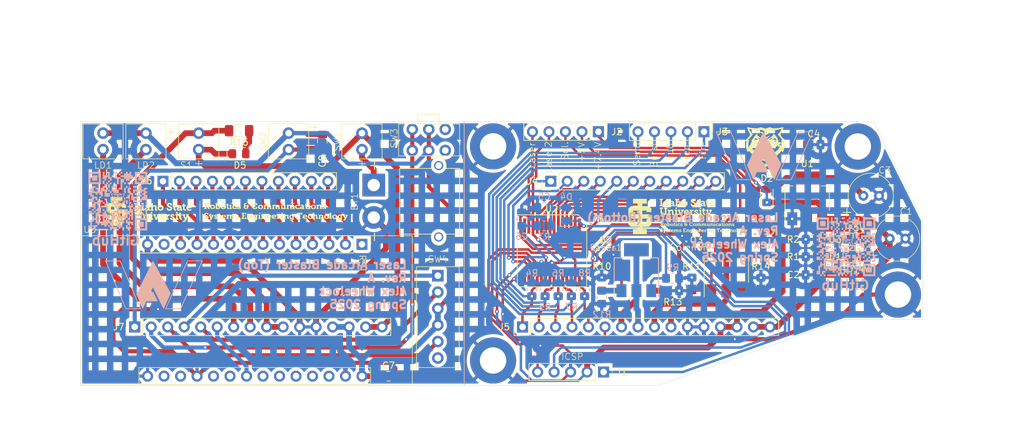
<source format=kicad_pcb>
(kicad_pcb (version 20240108) (generator "pcbnew") (generator_version "8.0")
  (title_block (title "Laser Arcade Blaster PCB") (date "2025-04-21") (rev "A") (company "Idaho State University"))
  (layers (0 "F.Cu" signal) (31 "B.Cu" signal) (34 "B.Paste" user) (35 "F.Paste" user) (36 "B.SilkS" user "B.Silkscreen") (37 "F.SilkS" user "F.Silkscreen") (38 "B.Mask" user) (39 "F.Mask" user) (44 "Edge.Cuts" user))
  (net 0 "")
  (net 1 "Net-(BT1-+)")
  (net 2 "GND")
  (net 3 "Net-(D1-K)")
  (net 4 "Net-(D4-A)")
  (net 5 "+5V_Top")
  (net 6 "Net-(D3-K)")
  (net 7 "Net-(D4-K)")
  (net 8 "Net-(D5-A)")
  (net 9 "RB6")
  (net 10 "RB7")
  (net 11 "+7.4V")
  (net 12 "Net-(Q1-S)")
  (net 13 "Net-(Q1-G)")
  (net 14 "Net-(Q2-S)")
  (net 15 "Net-(Q2-G)")
  (net 19 "TRIG1")
  (net 20 "TRIG6")
  (net 21 "TRIG0")
  (net 22 "VOL+")
  (net 23 "TRIG4")
  (net 24 "TRIG10")
  (net 25 "TRIG2")
  (net 26 "TRIG7")
  (net 27 "TRIG3")
  (net 29 "TRIG5")
  (net 30 "TRIG8")
  (net 32 "TRIG9")
  (net 44 "Fire_Top")
  (net 45 "+7.4V_Top")
  (net 46 "Laser{slash}PWM")
  (net 47 "Solenoid")
  (net 48 "Fire")
  (net 49 "Semi-Auto")
  (net 50 "Burst")
  (net 51 "Full-Auto")
  (net 52 "Frequency Select")
  (net 53 "Laser{slash}PWM2")
  (net 54 "TRIG1_Top")
  (net 55 "TRIG4_Top")
  (net 56 "TRIG0_Top")
  (net 57 "TRIG2_Top")
  (net 58 "TRIG8_Top")
  (net 59 "TRIG10_Top")
  (net 60 "TRIG9_Top")
  (net 61 "TRIG3_Top")
  (net 62 "TRIG7_Top")
  (net 63 "TRIG6_Top")
  (net 64 "TRIG5_Top")
  (net 65 "Solenoid_Top")
  (net 66 "Laser{slash}PWM2_Top")
  (net 67 "Full-Auto_Top")
  (net 68 "Frequency Select_Top")
  (net 69 "VOL+_Top")
  (net 70 "Laser{slash}PWM_Top")
  (net 71 "Semi-Auto_Top")
  (net 72 "Burst_Top")
  (net 73 "Net-(Q3-S)")
  (net 74 "Net-(Q3-G)")
  (net 75 "+5V")
  (footprint "Connector_PinHeader_2.54mm:PinHeader_1x05_P2.54mm_Vertical" (layer "F.Cu") (at 151.8861 77.3174 -90)
    (property "Reference" "J2")
    (property "Value" "Power & Output Test Points" (hide yes))
  )
  (footprint "LED_SMD:LED_0805_2012Metric_Pad1.15x1.40mm_HandSolder" (layer "F.Cu") (at 191.416 96.5885)
    (property "Reference" "D1")
    (property "Value" "+7.4V")
  )
  (footprint "Capacitor_SMD:C_0805_2012Metric_Pad1.18x1.45mm_HandSolder" (layer "F.Cu") (at 185.0445 79.3165)
    (property "Reference" "C4")
    (property "Value" "0.1uF")
  )
  (footprint "Resistor_SMD:R_0805_2012Metric_Pad1.20x1.40mm_HandSolder" (layer "F.Cu") (at 163.3161 101.8284)
    (property "Reference" "R13")
    (property "Value" "0Ω")
  )
  (footprint "Diode_SMD:D_0805_2012Metric_Pad1.15x1.40mm_HandSolder" (layer "F.Cu") (at 96.547 80.7135)
    (property "Reference" "D5")
    (property "Value" "1N4148")
  )
  (footprint "Package_TO_SOT_SMD:SOT-223-3_TabPin2" (layer "F.Cu") (at 157.7258 98.6773 90)
    (property "Reference" "Q2")
    (property "Value" "BUK9832-55A")
  )
  (footprint "AlexWheelockFootprintLibrary:Project_Audio_Board" (layer "F.Cu") (at 115.47 94.6835 -90)
    (property "Reference" "U3")
    (property "Value" "Audio Board")
  )
  (footprint "LED_SMD:LED_0805_2012Metric_Pad1.15x1.40mm_HandSolder" (layer "F.Cu") (at 191.423 93.9215)
    (property "Reference" "D3")
    (property "Value" "+5V")
  )
  (footprint "Connector_PinHeader_2.54mm:PinHeader_1x11_P2.54mm_Vertical" (layer "F.Cu") (at 144.553 84.9553 90)
    (property "Reference" "J4")
    (property "Value" "~")
  )
  (footprint "LOGO" (layer "F.Cu") (at 177.5858 79.6773)
    (property "Reference" "G***")
    (property "Value" "LOGO" (hide yes))
  )
  (footprint "Connector_PinHeader_2.54mm:PinHeader_1x05_P2.54mm_Vertical" (layer "F.Cu") (at 152.681 114.3685 -90)
    (property "Reference" "J1")
    (property "Value" "~")
  )
  (footprint "Connector_PinHeader_2.54mm:PinHeader_1x05_P2.54mm_Vertical" (layer "F.Cu") (at 168.1421 77.3174 -90)
    (property "Reference" "J3")
    (property "Value" "Inputs Test Points" (hide yes))
  )
  (footprint "AlexWheelockFootprintLibrary:Project_Locking_Output_Header" (layer "F.Cu") (at 75.592 77.5385)
    (property "Reference" "LD1")
    (property "Value" "Laser Diode")
  )
  (footprint "Connector_PinHeader_2.54mm:PinHeader_1x16_P2.54mm_Vertical" (layer "F.Cu") (at 140.2021 107.4164 90)
    (property "Reference" "J5")
    (property "Value" "~")
  )
  (footprint "Capacitor_SMD:C_0805_2012Metric_Pad1.18x1.45mm_HandSolder" (layer "F.Cu") (at 184.8335 99.3825 180)
    (property "Reference" "C2")
    (property "Value" "0.1uF")
  )
  (footprint "Diode_SMD:D_0805_2012Metric_Pad1.15x1.40mm_HandSolder" (layer "F.Cu") (at 177.827 87.1905 90)
    (property "Reference" "D2")
    (property "Value" "1N4148")
  )
  (footprint "AlexWheelockFootprintLibrary:Project_Locking_Output_Header" (layer "F.Cu") (at 104.167 77.5385)
    (property "Reference" "SW2")
    (property "Value" "Fire")
  )
  (footprint "Connector_PinHeader_2.54mm:PinHeader_1x16_P2.54mm_Vertical" (layer "F.Cu") (at 80.4696 107.4164 90)
    (property "Reference" "J7")
    (property "Value" "~")
  )
  (footprint "AlexWheelockFootprintLibrary:Project_Blaster_Freq_Switch" (layer "F.Cu") (at 123.217 80.2055 90)
    (property "Reference" "SW3")
    (property "Value" "Freq Select")
  )
  (footprint "Package_TO_SOT_SMD:SOT-223-3_TabPin2" (layer "F.Cu") (at 171.59 98.6905 90)
    (property "Reference" "Q3")
    (property "Value" "BUK9832-55A")
  )
  (footprint "AlexWheelockFootprintLibrary:Project_16V_220uF_Capacitor" (layer "F.Cu") (at 192.686 87.1905 90)
    (property "Reference" "C3")
    (property "Value" "220uF")
  )
  (footprint "Resistor_SMD:R_0805_2012Metric_Pad1.20x1.40mm_HandSolder" (layer "F.Cu") (at 152.3941 100.7955 90)
    (property "Reference" "R10")
    (property "Value" "100kΩ")
  )
  (footprint "" (layer "F.Cu") (at 135.663 112.5905)
    (property "Reference" "")
    (property "Value" "")
  )
  (footprint "Resistor_SMD:R_0805_2012Metric_Pad1.20x1.40mm_HandSolder" (layer "F.Cu") (at 184.812 96.5885)
    (property "Reference" "R1")
    (property "Value" "8.2kΩ")
  )
  (footprint "Capacitor_SMD:C_0805_2012Metric_Pad1.18x1.45mm_HandSolder" (layer "F.Cu") (at 119.5555 115.0035 180)
    (property "Reference" "C7")
    (property "Value" "1uF")
  )
  (footprint "Resistor_SMD:R_0805_2012Metric_Pad1.20x1.40mm_HandSolder" (layer "F.Cu") (at 184.812 93.9215)
    (property "Reference" "R2")
    (property "Value" "4.7kΩ")
  )
  (footprint "AlexWheelockFootprintLibrary:Project_Locking_Header_1x06" (layer "F.Cu") (at 127.154 99.5095)
    (property "Reference" "SW4")
    (property "Value" "Fire Select")
  )
  (footprint "AlexWheelockFootprintLibrary:SSOP-28" (layer "F.Cu") (at 144.736 95.6845 180)
    (property "Reference" "U2")
    (property "Value" "PIC16F1788-IP")
  )
  (footprint "" (layer "F.Cu") (at 135.663 79.5705)
    (property "Reference" "")
    (property "Value" "")
  )
  (footprint "AlexWheelockFootprintLibrary:Project_Locking_Output_Header" (layer "F.Cu") (at 115.47 80.0785 180)
    (property "Reference" "SW1")
    (property "Value" "Power")
  )
  (footprint "AlexWheelockFootprintLibrary:Project_Locking_Output_Header" (layer "F.Cu") (at 82.196 77.5385)
    (property "Reference" "LD2")
    (property "Value" "Laser Diode")
  )
  (footprint "AlexWheelockFootprintLibrary:Project_Locking_Output_Header" (layer "F.Cu") (at 90.324 80.0785 180)
    (property "Reference" "S1")
    (property "Value" "Solenoid")
  )
  (footprint "Capacitor_SMD:C_0805_2012Metric_Pad1.18x1.45mm_HandSolder" (layer "F.Cu") (at 109.374 78.787 -90)
    (property "Reference" "C8")
    (property "Value" "50pF")
  )
  (footprint "" (layer "F.Cu") (at 191.8358 79.5973)
    (property "Reference" "")
    (property "Value" "")
  )
  (footprint "Resistor_SMD:R_0805_2012Metric_Pad1.20x1.40mm_HandSolder" (layer "F.Cu") (at 176.9126 100.8209 90)
    (property "Reference" "R14")
    (property "Value" "0Ω")
  )
  (footprint "AlexWheelockFootprintLibrary:Project_Battery_Connector" (layer "F.Cu") (at 130.98 88.0405 -90)
    (property "Reference" "BT1")
    (property "Value" "7.4V")
  )
  (footprint "Connector_PinHeader_2.54mm:PinHeader_1x11_P2.54mm_Vertical" (layer "F.Cu") (at 84.8205 84.9553 90)
    (property "Reference" "J6")
    (property "Value" "~")
  )
  (footprint "Resistor_SMD:R_0805_2012Metric_Pad1.20x1.40mm_HandSolder" (layer "F.Cu") (at 166.27 100.7955 90)
    (property "Reference" "R11")
    (property "Value" "100kΩ")
  )
  (footprint "AlexWheelockFootprintLibrary:Project_16V_220uF_Capacitor" (layer "F.Cu") (at 196.75 93.7945 90)
    (property "Reference" "C1")
    (property "Value" "220uF")
  )
  (footprint "Package_TO_SOT_SMD:SOT-223-3_TabPin2" (layer "F.Cu") (at 184.036 87.5965 90)
    (property "Reference" "U1")
    (property "Value" "TLV1117-50")
  )
  (footprint "AlexWheelockFootprintLibrary:6-32 Mount" (layer "F.Cu") (at 198.02 102.4305)
    (property "Reference" "REF**" (hide yes))
    (property "Value" "6-32 Mount")
  )
  (footprint "LOGO" (layer "F.Cu") (at 165.782142 90.250973)
    (property "Reference" "G***" (hide yes))
    (property "Value" "LOGO" (hide yes))
  )
  (footprint "Resistor_SMD:R_1206_3216Metric_Pad1.30x1.75mm_HandSolder" (layer "F.Cu") (at 96.547 77.1575)
    (property "Reference" "R15")
    (property "Value" "1kΩ")
  )
  (footprint "LOGO" (layer "F.Cu") (at 94.6858 89.5473)
    (property "Reference" "G***" (hide yes))
    (property "Value" "LOGO" (hide yes))
  )
  (footprint "Package_TO_SOT_SMD:SOT-223-3_TabPin2" (layer "B.Cu") (at 157.7281 98.6784 90)
    (property "Reference" "Q1")
    (property "Value" "BUK9832-55A")
  )
  (footprint "Capacitor_SMD:C_0805_2012Metric_Pad1.18x1.45mm_HandSolder" (layer "B.Cu") (at 143.5331 89.0283 180)
    (property "Reference" "C5")
    (property "Value" "1uF")
  )
  (footprint "LOGO" (layer "B.Cu") (at 83.3758 101.3273 180)
    (property "Reference" "G***" (hide yes))
    (property "Value" "LOGO" (hide yes))
  )
  (footprint "Diode_SMD:D_0805_2012Metric_Pad1.15x1.40mm_HandSolder" (layer "B.Cu") (at 146.9406 90.0353 90)
    (property "Reference" "D4")
    (property "Value" "1N4148")
  )
  (footprint "LOGO" (layer "B.Cu") (at 77.8758 88.0173 180)
    (property "Reference" "G***" (hide yes))
    (property "Value" "LOGO" (hide yes))
  )
  (footprint "Resistor_SMD:R_0805_2012Metric_Pad1.20x1.40mm_HandSolder" (layer "B.Cu") (at 152.3941 102.8444 -90)
    (property "Reference" "R12")
    (property "Value" "0Ω")
  )
  (footprint "Capacitor_SMD:C_0805_2012Metric_Pad1.18x1.45mm_HandSolder" (layer "B.Cu") (at 140.0826 90.7848 -90)
    (property "Reference" "C6")
    (property "Value" "1uF")
  )
  (footprint "Resistor_SMD:R_0805_2012Metric_Pad1.20x1.40mm_HandSolder" (layer "B.Cu") (at 163.3001 99.9234)
    (property "Reference" "R9")
    (property "Value" "100kΩ")
  )
  (footprint "LOGO" (layer "B.Cu") (at 177.4158 81.4273 180)
    (property "Reference" "G***" (hide yes))
    (property "Value" "LOGO" (hide yes))
  )
  (footprint "Resistor_SMD:R_0805_2012Metric_Pad1.20x1.40mm_HandSolder" (layer "B.Cu") (at 147.728 101.6845 90)
    (property "Reference" "R7")
    (property "Value" "330Ω")
  )
  (footprint "Resistor_SMD:R_0805_2012Metric_Pad1.20x1.40mm_HandSolder" (layer "B.Cu") (at 143.664 101.6845 90)
    (property "Reference" "R5")
    (property "Value" "330Ω")
  )
  (footprint "Resistor_SMD:R_0805_2012Metric_Pad1.20x1.40mm_HandSolder" (layer "B.Cu") (at 145.696 101.6845 90)
    (property "Reference" "R6")
    (property "Value" "330Ω")
  )
  (footprint "Resistor_SMD:R_0805_2012Metric_Pad1.20x1.40mm_HandSolder" (layer "B.Cu") (at 143.5276 91.8223 180)
    (property "Reference" "R3")
    (property "Value" "10kΩ")
  )
  (footprint "Resistor_SMD:R_0805_2012Metric_Pad1.20x1.40mm_HandSolder" (layer "B.Cu") (at 149.76 101.6845 90)
    (property "Reference" "R8")
    (property "Value" "330Ω")
  )
  (footprint "Resistor_SMD:R_0805_2012Metric_Pad1.20x1.40mm_HandSolder" (layer "B.Cu") (at 141.632 101.6845 90)
    (property "Reference" "R4")
    (property "Value" "330Ω")
  )
  (footprint "LOGO" (layer "B.Cu") (at 190.0158 95.0573 180)
    (property "Reference" "G***" (hide yes))
    (property "Value" "LOGO" (hide yes))
  )
  (gr_line (start 131.218 116.4005) (end 131.218 75.7605) (stroke (width 0.1)) (layer "B.SilkS"))
  (gr_line (start 108.104 76.1415) (end 108.104 77.1575) (stroke (width 0.1)) (layer "F.SilkS"))
  (gr_line (start 90.324 81.7295) (end 90.324 82.7455) (stroke (width 0.1)) (layer "F.SilkS"))
  (gr_line (start 108.104 76.6495) (end 108.612 76.6495) (stroke (width 0.1)) (layer "F.SilkS"))
  (gr_line (start 86.006 77.4115) (end 85.498 77.4115) (stroke (width 0.1)) (layer "F.SilkS"))
  (gr_line (start 108.104 76.6495) (end 107.596 76.6495) (stroke (width 0.1)) (layer "F.SilkS"))
  (gr_line (start 86.006 77.4115) (end 86.514 77.4115) (stroke (width 0.1)) (layer "F.SilkS"))
  (gr_line (start 115.47 82.2375) (end 115.978 82.2375) (stroke (width 0.1)) (layer "F.SilkS"))
  (gr_line (start 90.832 82.2375) (end 90.324 82.2375) (stroke (width 0.1)) (layer "F.SilkS"))
  (gr_line (start 115.978 82.2375) (end 115.47 82.2375) (stroke (width 0.1)) (layer "F.SilkS"))
  (gr_line (start 115.47 81.7295) (end 115.47 82.7455) (stroke (width 0.1)) (layer "F.SilkS"))
  (gr_line (start 108.612 76.6495) (end 108.104 76.6495) (stroke (width 0.1)) (layer "F.SilkS"))
  (gr_line (start 86.006 76.9035) (end 86.006 77.9195) (stroke (width 0.1)) (layer "F.SilkS"))
  (gr_line (start 86.514 77.4115) (end 86.006 77.4115) (stroke (width 0.1)) (layer "F.SilkS"))
  (gr_line (start 131.218 116.4005) (end 131.218 75.7605) (stroke (width 0.1)) (layer "F.SilkS"))
  (gr_line (start 115.47 82.2375) (end 114.962 82.2375) (stroke (width 0.1)) (layer "F.SilkS"))
  (gr_line (start 90.324 82.2375) (end 89.816 82.2375) (stroke (width 0.1)) (layer "F.SilkS"))
  (gr_line (start 90.324 82.2375) (end 90.832 82.2375) (stroke (width 0.1)) (layer "F.SilkS"))
  (gr_line (start 72.1205 75.7605) (end 131.853 75.7605) (stroke (width 0.05)) (layer "Edge.Cuts"))
  (gr_line (start 131.853 116.4005) (end 72.1205 116.4005) (stroke (width 0.05)) (layer "Edge.Cuts"))
  (gr_line (start 189.892 106.2405) (end 161.19 116.4005) (stroke (width 0.05)) (layer "Edge.Cuts"))
  (gr_line (start 131.853 116.4005) (end 161.19 116.4005) (stroke (width 0.05)) (layer "Edge.Cuts"))
  (gr_line (start 201.83 91.0005) (end 201.83 106.2405) (stroke (width 0.05)) (layer "Edge.Cuts"))
  (gr_line (start 189.892 106.2405) (end 201.83 106.2405) (stroke (width 0.05)) (layer "Edge.Cuts"))
  (gr_line (start 72.1205 116.4005) (end 72.1205 75.7605) (stroke (width 0.05)) (layer "Edge.Cuts"))
  (gr_line (start 194.21 75.7605) (end 201.83 91.0005) (stroke (width 0.05)) (layer "Edge.Cuts"))
  (gr_line (start 131.853 75.7605) (end 194.21 75.7605) (stroke (width 0.05)) (layer "Edge.Cuts"))
  (gr_text "Laser2" (at 155.5858 95.7573 0) (layer "B.SilkS") (effects (font (size 1 1) (thickness 0.1)) (justify left bottom mirror)))
  (gr_text "Laser Arcade Blaster (Bottom)\nRev. A\nAlex Wheelock\nSpring 2025" (at 179.8158 97.4273 0) (layer "B.SilkS") (effects (font (size 1.27 1.27) (thickness 0.3) (bold yes)) (justify left bottom mirror)))
  (gr_text "GitHub" (at 193.7858 101.8873 0) (layer "B.SilkS") (effects (font (size 1.5 1.5) (thickness 0.3) (bold yes)) (justify left bottom mirror)))
  (gr_text "GitHub" (at 81.4258 94.9473 0) (layer "B.SilkS") (effects (font (size 1.5 1.5) (thickness 0.3) (bold yes)) (justify left bottom mirror)))
  (gr_text "Laser Arcade Blaster (Top)\nRev. A\nAlex Wheelock\nSpring 2025" (at 122.5458 104.6873 0) (layer "B.SilkS") (effects (font (size 1.27 1.27) (thickness 0.3) (bold yes)) (justify left bottom mirror)))
  (gr_text "Laser" (at 142.2341 83.0324 90) (layer "F.SilkS") (effects (font (size 1 1) (thickness 0.1)) (justify left bottom)))
  (gr_text "Full" (at 163.4685 81.8386 90) (layer "F.SilkS") (effects (font (size 1 1) (thickness 0.1)) (justify left bottom)))
  (gr_text "Solenoid" (at 162.8258 95.7373 0) (layer "F.SilkS") (effects (font (size 1 1) (thickness 0.1)) (justify left bottom)))
  (gr_text "+5V" (at 149.8541 82.0164 90) (layer "F.SilkS") (effects (font (size 1 1) (thickness 0.1)) (justify left bottom)))
  (gr_text "Freq." (at 166.0085 82.6006 90) (layer "F.SilkS") (effects (font (size 1 1) (thickness 0.1)) (justify left bottom)))
  (gr_text "+7.4V" (at 152.3941 83.4134 90) (layer "F.SilkS") (effects (font (size 1 1) (thickness 0.1)) (justify left bottom)))
  (gr_text "RST" (at 114.962 96.2075 -90) (layer "F.SilkS") (effects (font (size 1 1) (thickness 0.1)) (justify left bottom)))
  (gr_text "Laser1" (at 150.4858 95.7573 0) (layer "F.SilkS") (effects (font (size 1 1) (thickness 0.1)) (justify left bottom)))
  (gr_text "Sol." (at 147.3141 81.7624 90) (layer "F.SilkS") (effects (font (size 1 1) (thickness 0.1)) (justify left bottom)))
  (gr_text "Semi" (at 158.3885 82.6514 90) (layer "F.SilkS") (effects (font (size 1 1) (thickness 0.1)) (justify left bottom)))
  (gr_text "Fire" (at 168.5485 81.6862 90) (layer "F.SilkS") (effects (font (size 1 1) (thickness 0.1)) (justify left bottom)))
  (gr_text "ICSP" (at 146.0958 112.5773 0) (layer "F.SilkS") (effects (font (size 1 1) (thickness 0.1)) (justify left bottom)))
  (gr_text "Burst" (at 161.0301 82.9054 90) (layer "F.SilkS") (effects (font (size 1 1) (thickness 0.1)) (justify left bottom)))
  (gr_text "Laser2" (at 144.7741 83.7944 90) (layer "F.SilkS") (effects (font (size 1 1) (thickness 0.1)) (justify left bottom)))
  (segment (start 115.47 81.3485) (end 115.47 80.0785) (width 0.889) (layer "F.Cu") (net 1))
  (segment (start 117.281 83.1595) (end 115.47 81.3485) (width 0.889) (layer "F.Cu") (net 1))
  (segment (start 117.281 85.5405) (end 117.281 83.1595) (width 0.889) (layer "F.Cu") (net 1))
  (segment (start 147.601 114.3685) (end 146.2622 115.7073) (width 0.381) (layer "F.Cu") (net 2))
  (segment (start 113.7258 112.9473) (end 119.7758 112.9473) (width 0.635) (layer "F.Cu") (net 2))
  (segment (start 83.339 97.2235) (end 82.45 96.3345) (width 0.889) (layer "F.Cu") (net 2))
  (segment (start 147.601 114.3685) (end 147.601 111.5025) (width 0.381) (layer "F.Cu") (net 2))
  (segment (start 143.111 97.3505) (end 143.111 99.5095) (width 0.381) (layer "F.Cu") (net 2))
  (segment (start 84.0658 104.6773) (end 84.0658 104.6973) (width 0.635) (layer "F.Cu") (net 2))
  (segment (start 78.8158 111.1673) (end 77.1758 109.5273) (width 0.635) (layer "F.Cu") (net 2))
  (segment (start 112.93 113.7815) (end 112.93 115.0035) (width 0.635) (layer "F.Cu") (net 2))
  (segment (start 119.7758 112.9473) (end 120.593 113.7645) (width 0.635) (layer "F.Cu") (net 2))
  (segment (start 112.93 113.7431) (end 113.7258 112.9473) (width 0.635) (layer "F.Cu") (net 2))
  (segment (start 164.4258 93.0273) (end 154.7658 93.0273) (width 0.635) (layer "F.Cu") (net 2))
  (segment (start 119.153 95.3185) (end 119.153 92.4125) (width 0.889) (layer "F.Cu") (net 2))
  (segment (start 154.2058 93.5873) (end 154.2058 96.2773) (width 0.635) (layer "F.Cu") (net 2))
  (segment (start 120.593 113.7645) (end 120.593 115.0035) (width 0.635) (layer "F.Cu") (net 2))
  (segment (start 137.1558 105.4273) (end 137.1558 101.7273) (width 0.381) (layer "F.Cu") (net 2))
  (segment (start 105.8696 107.4164) (end 105.8696 105.9111) (width 0.889) (layer "F.Cu") (net 2))
  (segment (start 147.601 111.5025) (end 146.3858 110.2873) (width 0.381) (layer "F.Cu") (net 2))
  (segment (start 90.07 115.0035) (end 86.2338 111.1673) (width 0.635) (layer "F.Cu") (net 2))
  (segment (start 142.9958 110.2873) (end 142.9458 110.2973) (width 0.381) (layer "F.Cu") (net 2))
  (segment (start 108.4096 106.0619) (end 119.153 95.3185) (width 0.889) (layer "F.Cu") (net 2))
  (segment (start 138.9058 99.9973) (end 138.9058 99.9773) (width 0.381) (layer "F.Cu") (net 2))
  (segment (start 146.3858 110.2873) (end 142.9958 110.2873) (width 0.381) (layer "F.Cu") (net 2))
  (segment (start 78.5558 104.6973) (end 84.0658 104.6773) (width 0.635) (layer "F.Cu") (net 2))
  (segment (start 112.93 115.0035) (end 112.93 113.7431) (width 0.635) (layer "F.Cu") (net 2))
  (segment (start 77.1758 109.5273) (end 77.1758 106.0773) (width 0.635) (layer "F.Cu") (net 2))
  (segment (start 119.153 92.4125) (end 117.281 90.5405) (width 0.889) (layer "F.Cu") (net 2))
  (segment (start 138.8858 99.9973) (end 138.9058 99.9973) (width 0.381) (layer "F.Cu") (net 2))
  (segment (start 97.182 97.2235) (end 83.339 97.2235) (width 0.889) (layer "F.Cu") (net 2))
  (segment (start 92.1162 112.9573) (end 112.1058 112.9573) (width 0.635) (layer "F.Cu") (net 2))
  (segment (start 112.1058 112.9573) (end 112.93 113.7815) (width 0.635) (layer "F.Cu") (net 2))
  (segment (start 108.4096 107.4164) (end 108.4096 106.0619) (width 0.889) (layer "F.Cu") (net 2))
  (segment (start 138.7798 115.7073) (end 135.663 112.5905) (width 0.381) (layer "F.Cu") (net 2))
  (segment (start 137.1558 101.7273) (end 138.8858 99.9973) (width 0.381) (layer "F.Cu") (net 2))
  (segment (start 82.45 96.3345) (end 82.45 94.6835) (width 0.889) (layer "F.Cu") (net 2))
  (segment (start 138.9058 99.9773) (end 138.8958 99.9873) (width 0.381) (layer "F.Cu") (net 2))
  (segment (start 144.456 91.9045) (end 144.411 91.8595) (width 0.381) (layer "F.Cu") (net 2))
  (segment (start 178.778432 109.3073) (end 189.594495 105.478605) (width 0.635) (layer "F.Cu") (net 2))
  (segment (start 146.2622 115.7073) (end 138.7798 115.7073) (width 0.381) (layer "F.Cu") (net 2))
  (segment (start 90.07 115.0035) (end 92.1162 112.9573) (width 0.635) (layer "F.Cu") (net 2))
  (segment (start 142.9458 110.2973) (end 142.9758 110.2873) (width 0.381) (layer "F.Cu") (net 2))
  (segment (start 145.8358 97.5373) (end 146.6558 96.7173) (width 0.381) (layer "F.Cu") (net 2))
  (segment (start 142.9758 110.2873) (end 142.9858 110.2873) (width 0.381) (layer "F.Cu") (net 2))
  (segment (start 164.7758 93.3773) (end 164.4258 93.0273) (width 0.635) (layer "F.Cu") (net 2))
  (segment (start 192.6426 102.4305) (end 198.02 102.4305) (width 0.635) (layer "F.Cu") (net 2))
  (segment (start 86.2338 111.1673) (end 78.8158 111.1673) (width 0.635) (layer "F.Cu") (net 2))
  (segment (start 164.3161 95.347) (end 164.3161 101.8284) (width 0.635) (layer "F.Cu") (net 2))
  (segment (start 144.7458 97.5373) (end 145.8358 97.5373) (width 0.381) (layer "F.Cu") (net 2))
  (segment (start 165.4258 94.2373) (end 164.3161 95.347) (width 0.635) (layer "F.Cu") (net 2))
  (segment (start 144.456 93.5405) (end 144.456 91.9045) (width 0.381) (layer "F.Cu") (net 2))
  (segment (start 77.1758 106.0773) (end 78.5558 104.6973) (width 0.635) (layer "F.Cu") (net 2))
  (segment (start 172.8858 109.3073) (end 178.778432 109.3073) (width 0.635) (layer "F.Cu") (net 2))
  (segment (start 189.594495 105.478605) (end 192.6426 102.4305) (width 0.635) (layer "F.Cu") (net 2))
  (segment (start 154.7658 93.0273) (end 154.2058 93.5873) (width 0.635) (layer "F.Cu") (net 2))
  (segment (start 105.8696 105.9111) (end 97.182 97.2235) (width 0.889) (layer "F.Cu") (net 2))
  (via (at 143.111 97.3505) (size 0.6) (drill 0.3) (layers "F.Cu" "B.Cu") (net 2))
  (via (at 172.8858 109.3073) (size 0.6) (drill 0.3) (layers "F.Cu" "B.Cu") (net 2))
  (via (at 138.9058 99.9973) (size 0.6) (drill 0.3) (layers "F.Cu" "B.Cu") (net 2))
  (via (at 137.1558 105.4273) (size 0.6) (drill 0.3) (layers "F.Cu" "B.Cu") (net 2))
  (via (at 84.0658 104.6773) (size 0.6) (drill 0.3) (layers "F.Cu" "B.Cu") (net 2))
  (via (at 144.7458 97.5373) (size 0.6) (drill 0.3) (layers "F.Cu" "B.Cu") (net 2))
  (via (at 164.7758 93.3773) (size 0.6) (drill 0.3) (layers "F.Cu" "B.Cu") (net 2))
  (via (at 154.2058 96.2773) (size 0.6) (drill 0.3) (layers "F.Cu" "B.Cu") (net 2))
  (via (at 146.6558 96.7173) (size 0.6) (drill 0.3) (layers "F.Cu" "B.Cu") (net 2))
  (via (at 142.9458 110.2973) (size 0.6) (drill 0.3) (layers "F.Cu" "B.Cu") (net 2))
  (via (at 144.456 93.5405) (size 0.6) (drill 0.3) (layers "F.Cu" "B.Cu") (net 2))
  (via (at 165.4258 94.2373) (size 0.6) (drill 0.3) (layers "F.Cu" "B.Cu") (net 2))
  (segment (start 140.9958 89.7473) (end 141.7148 89.0283) (width 0.635) (layer "B.Cu") (net 2))
  (segment (start 146.6558 96.7173) (end 146.6558 95.7403) (width 0.381) (layer "B.Cu") (net 2))
  (segment (start 172.8858 109.3073) (end 172.8758 109.3173) (width 0.635) (layer "B.Cu") (net 2))
  (segment (start 168.1358 107.4227) (end 168.1358 108.8273) (width 0.635) (layer "B.Cu") (net 2))
  (segment (start 151.0758 103.5873) (end 151.0758 100.8873) (width 0.635) (layer "B.Cu") (net 2))
  (segment (start 153.1476 99.7955) (end 154.2058 98.7373) (width 0.635) (layer "B.Cu") (net 2))
  (segment (start 150.873 100.6845) (end 149.76 100.6845) (width 0.635) (layer "B.Cu") (net 2))
  (segment (start 151.4576 99.7955) (end 151.0758 100.1773) (width 0.635) (layer "B.Cu") (net 2))
  (segment (start 152.3941 99.7955) (end 153.1476 99.7955) (width 0.635) (layer "B.Cu") (net 2))
  (segment (start 154.2058 98.7373) (end 154.2058 96.2773) (width 0.635) (layer "B.Cu") (net 2))
  (segment (start 143.111 97.3505) (end 143.2978 97.5373) (width 0.381) (layer "B.Cu") (net 2))
  (segment (start 154.2058 96.2773) (end 154.2058 96.3073) (width 0.635) (layer "B.Cu") (net 2))
  (segment (start 168.1421 107.4164) (end 168.1358 107.4227) (width 0.635) (layer "B.Cu") (net 2))
  (segment (start 137.1558 105.4273) (end 137.1558 106.705642) (width 0.381) (layer "B.Cu") (net 2))
  (segment (start 143.5258 91.107768) (end 142.4958 90.077768) (width 0.381) (layer "B.Cu") (net 2))
  (segment (start 151.3329 103.8444) (end 151.0758 103.5873) (width 0.635) (layer "B.Cu") (net 2))
  (segment (start 140.0826 89.7473) (end 140.9958 89.7473) (width 0.635) (layer "B.Cu") (net 2))
  (segment (start 144.456 93.5405) (end 144.456 93.5275) (width 0.381) (layer "B.Cu") (net 2))
  (segment (start 146.6558 95.7403) (end 144.456 93.5405) (width 0.381) (layer "B.Cu") (net 2))
  (segment (start 142.4958 90.077768) (end 142.4958 89.0285) (width 0.381) (layer "B.Cu") (net 2))
  (segment (start 151.0758 100.8873) (end 150.873 100.6845) (width 0.635) (layer "B.Cu") (net 2))
  (segment (start 168.1358 108.8273) (end 168.6258 109.3173) (width 0.635) (layer "B.Cu") (net 2))
  (segment (start 143.2978 97.5373) (end 144.7458 97.5373) (width 0.381) (layer "B.Cu") (net 2))
  (segment (start 141.7148 89.0283) (end 142.4956 89.0283) (width 0.635) (layer "B.Cu") (net 2))
  (segment (start 152.3941 99.7955) (end 151.4576 99.7955) (width 0.635) (layer "B.Cu") (net 2))
  (segment (start 137.1558 106.705642) (end 140.747458 110.2973) (width 0.381) (layer "B.Cu") (net 2))
  (segment (start 144.7458 97.5373) (end 144.7558 97.5373) (width 0.381) (layer "B.Cu") (net 2))
  (segment (start 140.747458 110.2973) (end 142.9458 110.2973) (width 0.381) (layer "B.Cu") (net 2))
  (segment (start 151.0758 100.1773) (end 151.0758 100.8873) (width 0.635) (layer "B.Cu") (net 2))
  (segment (start 143.5258 92.5973) (end 143.5258 91.107768) (width 0.381) (layer "B.Cu") (net 2))
  (segment (start 152.3941 103.8444) (end 151.3329 103.8444) (width 0.635) (layer "B.Cu") (net 2))
  (segment (start 142.4958 89.0285) (end 142.4956 89.0283) (width 0.381) (layer "B.Cu") (net 2))
  (segment (start 144.456 93.5275) (end 143.5258 92.5973) (width 0.381) (layer "B.Cu") (net 2))
  (segment (start 168.6258 109.3173) (end 172.8858 109.3073) (width 0.635) (layer "B.Cu") (net 2))
  (segment (start 185.796 96.5885) (end 190.382 96.5885) (width 0.635) (layer "F.Cu") (net 3))
  (segment (start 144.5706 89.0283) (end 144.5706 91.7793) (width 0.381) (layer "B.Cu") (net 4))
  (segment (start 144.5886 89.0103) (end 144.5706 89.0283) (width 0.381) (layer "B.Cu") (net 4))
  (segment (start 146.9406 89.0103) (end 144.5886 89.0103) (width 0.381) (layer "B.Cu") (net 4))
  (segment (start 144.5706 91.7793) (end 144.5276 91.8223) (width 0.381) (layer "B.Cu") (net 4))
  (segment (start 125.757 80.2055) (end 125.757 85.7935) (width 0.635) (layer "F.Cu") (net 5))
  (segment (start 82.196 77.5385) (end 75.592 77.5385) (width 0.889) (layer "F.Cu") (net 5))
  (segment (start 107.088 77.7925) (end 106.834 77.5385) (width 0.635) (layer "F.Cu") (net 5))
  (segment (start 109.374 77.7495) (end 109.331 77.7925) (width 0.635) (layer "F.Cu") (net 5))
  (segment (start 129.44 89.4765) (end 129.44 102.3035) (width 0.635) (layer "F.Cu") (net 5))
  (segment (start 129.44 102.3035) (end 127.154 104.5895) (width 0.635) (layer "F.Cu") (net 5))
  (segment (start 125.757 76.9543) (end 125.757 80.2055) (width 0.635) (layer "F.Cu") (net 5))
  (segment (start 109.331 77.7925) (end 107.088 77.7925) (width 0.635) (layer "F.Cu") (net 5))
  (segment (start 115.47 115.0035) (end 118.518 115.0035) (width 0.889) (layer "F.Cu") (net 5))
  (segment (start 106.834 77.5385) (end 104.167 77.5385) (width 0.635) (layer "F.Cu") (net 5))
  (segment (start 125.757 85.7935) (end 129.44 89.4765) (width 0.635) (layer "F.Cu") (net 5))
  (segment (start 110.9496 107.4164) (end 113.4896 107.4164) (width 0.889) (layer "B.Cu") (net 5))
  (segment (start 115.47 112.4635) (end 115.47 115.0035) (width 0.889) (layer "B.Cu") (net 5))
  (segment (start 125.757 80.2055) (end 123.725 82.2375) (width 0.635) (layer "B.Cu") (net 5))
  (segment (start 116.74 111.1935) (end 123.09 111.1935) (width 0.889) (layer "B.Cu") (net 5))
  (segment (start 123.09 111.1935) (end 127.154 107.1295) (width 0.889) (layer "B.Cu") (net 5))
  (segment (start 86.8348 82.1773) (end 99.5282 82.1773) (width 0.889) (layer "B.Cu") (net 5))
  (segment (start 113.4896 110.4831) (end 115.47 112.4635) (width 0.889) (layer "B.Cu") (net 5))
  (segment (start 82.196 77.5385) (end 86.8348 82.1773) (width 0.889) (layer "B.Cu") (net 5))
  (segment (start 99.5282 82.1773) (end 104.167 77.5385) (width 0.889) (layer "B.Cu") (net 5))
  (segment (start 113.4896 107.4164) (end 113.4896 110.4831) (width 0.889) (layer "B.Cu") (net 5))
  (segment (start 127.154 107.1295) (end 127.154 104.5895) (width 0.889) (layer "B.Cu") (net 5))
  (segment (start 111.66 79.0625) (end 110.136 77.5385) (width 0.635) (layer "B.Cu") (net 5))
  (segment (start 110.136 77.5385) (end 104.167 77.5385) (width 0.635) (layer "B.Cu") (net 5))
  (segment (start 123.725 82.2375) (end 113.311 82.2375) (width 0.635) (layer "B.Cu") (net 5))
  (segment (start 115.47 112.4635) (end 116.74 111.1935) (width 0.889) (layer "B.Cu") (net 5))
  (segment (start 111.66 80.5865) (end 111.66 79.0625) (width 0.635) (layer "B.Cu") (net 5))
  (segment (start 113.311 82.2375) (end 111.66 80.5865) (width 0.635) (layer "B.Cu") (net 5))
  (segment (start 185.828 93.9215) (end 190.407 93.9215) (width 0.635) (layer "F.Cu") (net 6))
  (segment (start 148.9656 91.8641) (end 148.961 91.8595) (width 0.381) (layer "F.Cu") (net 7))
  (segment (start 149.633 91.8641) (end 148.9656 91.8641) (width 0.381) (layer "F.Cu") (net 7))
  (via (at 149.633 91.8641) (size 0.6) (drill 0.3) (layers "F.Cu" "B.Cu") (net 7))
  (segment (start 178.5382 103.5481) (end 181.2231 106.233) (width 0.381) (layer "B.Cu") (net 7))
  (segment (start 149.6462 91.8773) (end 161.239 91.8773) (width 0.381) (layer "B.Cu") (net 7))
  (segment (start 181.2231 108.576652) (end 164.861131 114.3685) (width 0.381) (layer "B.Cu") (net 7))
  (segment (start 149.633 91.8641) (end 148.8292 91.0603) (width 0.381) (layer "B.Cu") (net 7))
  (segment (start 181.2231 106.233) (end 181.2231 108.576652) (width 0.381) (layer "B.Cu") (net 7))
  (segment (start 149.633 91.8641) (end 149.6462 91.8773) (width 0.381) (layer "B.Cu") (net 7))
  (segment (start 148.8292 91.0603) (end 146.9406 91.0603) (width 0.381) (layer "B.Cu") (net 7))
  (segment (start 161.239 91.8773) (end 172.9098 103.5481) (width 0.381) (layer "B.Cu") (net 7))
  (segment (start 164.861131 114.3685) (end 152.681 114.3685) (width 0.381) (layer "B.Cu") (net 7))
  (segment (start 172.9098 103.5481) (end 178.5382 103.5481) (width 0.381) (layer "B.Cu") (net 7))
  (segment (start 98.097 78.9355) (end 98.097 77.1575) (width 0.889) (layer "F.Cu") (net 8))
  (segment (start 97.572 79.4605) (end 98.097 78.9355) (width 0.889) (layer "F.Cu") (net 8))
  (segment (start 97.572 80.7135) (end 97.572 79.4605) (width 0.889) (layer "F.Cu") (net 8))
  (segment (start 134.9518 105.654758) (end 139.318942 110.0219) (width 0.381) (layer "F.Cu") (net 9))
  (segment (start 134.9518 97.0457) (end 134.9518 105.654758) (width 0.381) (layer "F.Cu") (net 9))
  (segment (start 148.311 99.5095) (end 148.311 97.1025) (width 0.381) (layer "F.Cu") (net 9))
  (segment (start 141.091284 95.4709) (end 136.5266 95.4709) (width 0.381) (layer "F.Cu") (net 9))
  (segment (start 141.594384 95.974) (end 141.091284 95.4709) (width 0.381) (layer "F.Cu") (net 9))
  (segment (start 141.4106 110.0219) (end 142.521 111.1323) (width 0.381) (layer "F.Cu") (net 9))
  (segment (start 147.1825 95.974) (end 141.594384 95.974) (width 0.381) (layer "F.Cu") (net 9))
  (segment (start 136.5266 95.4709) (end 134.9518 97.0457) (width 0.381) (layer "F.Cu") (net 9))
  (segment (start 139.318942 110.0219) (end 141.4106 110.0219) (width 0.381) (layer "F.Cu") (net 9))
  (segment (start 148.311 97.1025) (end 147.1825 95.974) (width 0.381) (layer "F.Cu") (net 9))
  (segment (start 142.521 111.1323) (end 142.521 114.3685) (width 0.381) (layer "F.Cu") (net 9))
  (segment (start 151.015042 98.000458) (end 149.506 99.5095) (width 0.381) (layer "F.Cu") (net 10))
  (segment (start 151.015042 96.848058) (end 151.015042 98.000458) (width 0.381) (layer "F.Cu") (net 10))
  (segment (start 149.506 99.5095) (end 148.961 99.5095) (width 0.381) (layer "F.Cu") (net 10))
  (via (at 151.015042 96.848058) (size 0.6) (drill 0.3) (layers "F.Cu" "B.Cu") (net 10))
  (segment (start 173.790315 110.5914) (end 146.1711 110.5914) (width 0.381) (layer "B.Cu") (net 10))
  (segment (start 145.061 111.7015) (end 145.061 114.3685) (width 0.381) (layer "B.Cu") (net 10))
  (segment (start 160.998342 92.4583) (end 172.748542 104.2085) (width 0.381) (layer "B.Cu") (net 10))
  (segment (start 178.335 104.2085) (end 180.6421 106.5156) (width 0.381) (layer "B.Cu") (net 10))
  (segment (start 151.015042 95.868058) (end 154.4248 92.4583) (width 0.381) (layer "B.Cu") (net 10))
  (segment (start 172.748542 104.2085) (end 178.335 104.2085) (width 0.381) (layer "B.Cu") (net 10))
  (segment (start 146.1711 110.5914) (end 145.061 111.7015) (width 0.381) (layer "B.Cu") (net 10))
  (segment (start 151.015042 96.848058) (end 151.015042 95.868058) (width 0.381) (layer "B.Cu") (net 10))
  (segment (start 180.6421 108.165989) (end 173.790315 110.5914) (width 0.381) (layer "B.Cu") (net 10))
  (segment (start 154.4248 92.4583) (end 160.998342 92.4583) (width 0.381) (layer "B.Cu") (net 10))
  (segment (start 180.6421 106.5156) (end 180.6421 108.165989) (width 0.381) (layer "B.Cu") (net 10))
  (segment (start 151.8861 77.3174) (end 151.8861 78.0465) (width 0.381) (layer "F.Cu") (net 11))
  (segment (start 185.871 100.9397) (end 185.871 99.3825) (width 0.889) (layer "F.Cu") (net 11))
  (segment (start 177.827 88.2155) (end 185.583 88.2155) (width 0.889) (layer "F.Cu") (net 11))
  (segment (start 196.75 96.4615) (end 196.75 93.7945) (width 0.889) (layer "F.Cu") (net 11))
  (segment (start 185.583 88.2155) (end 186.336 88.9685) (width 0.889) (layer "F.Cu") (net 11))
  (segment (start 170.8166 79.8245) (end 153.6641 79.8245) (width 0.381) (layer "F.Cu") (net 11))
  (segment (start 175.7442 107.4089) (end 179.4018 107.4089) (width 0.889) (layer "F.Cu") (net 11))
  (segment (start 179.4018 107.4089) (end 185.871 100.9397) (width 0.889) (layer "F.Cu") (net 11))
  (segment (start 193.829 99.3825) (end 196.75 96.4615) (width 0.889) (layer "F.Cu") (net 11))
  (segment (start 151.8861 78.0465) (end 153.6641 79.8245) (width 0.381) (layer "F.Cu") (net 11))
  (segment (start 196.75 93.7945) (end 193.702 90.7465) (width 0.889) (layer "F.Cu") (net 11))
  (segment (start 176.1506 85.1585) (end 170.8166 79.8245) (width 0.381) (layer "F.Cu") (net 11))
  (segment (start 193.956 96.5885) (end 196.75 93.7945) (width 0.635) (layer "F.Cu") (net 11))
  (segment (start 192.441 96.5885) (end 193.956 96.5885) (width 0.635) (layer "F.Cu") (net 11))
  (segment (start 185.871 99.3825) (end 193.829 99.3825) (width 0.889) (layer "F.Cu") (net 11))
  (segment (start 186.336 88.9685) (end 186.336 90.7465) (width 0.889) (layer "F.Cu") (net 11))
  (segment (start 193.702 90.7465) (end 186.336 90.7465) (width 0.889) (layer "F.Cu") (net 11))
  (via (at 176.1506 85.1585) (size 0.6) (drill 0.3) (layers "F.Cu" "B.Cu") (net 11))
  (segment (start 176.1506 85.1585) (end 177.827 86.8349) (width 0.381) (layer "B.Cu") (net 11))
  (segment (start 177.827 86.8349) (end 177.827 88.2155) (width 0.381) (layer "B.Cu") (net 11))
  (segment (start 155.4281 101.8284) (end 152.4101 101.8284) (width 0.889) (layer "B.Cu") (net 12))
  (segment (start 152.4101 101.8284) (end 152.3941 101.8444) (width 0.889) (layer "B.Cu") (net 12))
  (segment (start 142.6108 93.9623) (end 141.811 93.1625) (width 0.381) (layer "F.Cu") (net 13))
  (segment (start 144.2661 78.5874) (end 142.3071 80.5464) (width 0.381) (layer "F.Cu") (net 13))
  (segment (start 142.3071 80.5464) (end 142.3071 84.204) (width 0.381) (layer "F.Cu") (net 13))
  (segment (start 144.2661 77.3174) (end 144.2661 78.5874) (width 0.381) (layer "F.Cu") (net 13))
  (segment (start 141.811 93.1625) (end 141.811 91.8595) (width 0.381) (layer "F.Cu") (net 13))
  (segment (start 141.811 84.7001) (end 141.811 91.8595) (width 0.381) (layer "F.Cu") (net 13))
  (segment (start 142.3071 84.204) (end 141.811 84.7001) (width 0.381) (layer "F.Cu") (net 13))
  (via (at 142.6108 93.9623) (size 0.6) (drill 0.3) (layers "F.Cu" "B.Cu") (net 13))
  (segment (start 160.757684 93.0393) (end 162.3001 94.581716) (width 0.381) (layer "B.Cu") (net 13))
  (segment (start 160.0281 100.4174) (end 160.0281 101.8284) (width 0.381) (layer "B.Cu") (net 13))
  (segment (start 160.5221 99.9234) (end 160.0281 100.4174) (width 0.381) (layer "B.Cu") (net 13))
  (segment (start 151.301057 97.538558) (end 151.705542 97.134073) (width 0.381) (layer "B.Cu") (net 13))
  (segment (start 142.6108 94.0223) (end 146.127058 97.538558) (width 0.381) (layer "B.Cu") (net 13))
  (segment (start 142.6108 93.9623) (end 142.6108 94.0223) (width 0.381) (layer "B.Cu") (net 13))
  (segment (start 154.665458 93.0393) (end 160.757684 93.0393) (width 0.381) (layer "B.Cu") (net 13))
  (segment (start 162.3001 94.581716) (end 162.3001 99.9234) (width 0.381) (layer "B.Cu") (net 13))
  (segment (start 151.705542 97.134073) (end 151.705542 95.999216) (width 0.381) (layer "B.Cu") (net 13))
  (segment (start 146.127058 97.538558) (end 151.301057 97.538558) (width 0.381) (layer "B.Cu") (net 13))
  (segment (start 151.705542 95.999216) (end 154.665458 93.0393) (width 0.381) (layer "B.Cu") (net 13))
  (segment (start 162.3001 99.9234) (end 160.5221 99.9234) (width 0.381) (layer "B.Cu") (net 13))
  (segment (start 160.0258 101.8273) (end 162.315 101.8273) (width 0.889) (layer "F.Cu") (net 14))
  (segment (start 162.315 101.8273) (end 162.3161 101.8284) (width 0.889) (layer "F.Cu") (net 14))
  (segment (start 155.46 101.8545) (end 155.446 101.8405) (width 0.381) (layer "F.Cu") (net 15))
  (segment (start 141.161 90.4725) (end 141.161 91.8595) (width 0.381) (layer "F.Cu") (net 15))
  (segment (start 139.8758 90.4673) (end 140.1958 90.1473) (width 0.381) (layer "F.Cu") (net 15))
  (segment (start 152.4391 101.8405) (end 152.3941 101.7955) (width 0.381) (layer "F.Cu") (net 15))
  (segment (start 141.7261 77.3174) (end 141.7261 83.963342) (width 0.381) (layer "F.Cu") (net 15))
  (segment (start 140.8358 90.1473) (end 141.161 90.4725) (width 0.381) (layer "F.Cu") (net 15))
  (segment (start 150.5365 95.393) (end 141.835042 95.393) (width 0.381) (layer "F.Cu") (net 15))
  (segment (start 140.1958 90.1473) (end 140.8358 90.1473) (width 0.381) (layer "F.Cu") (net 15))
  (segment (start 155.401 101.7955) (end 155.446 101.8405) (width 0.381) (layer "F.Cu") (net 15))
  (segment (start 155.446 100.3025) (end 150.5365 95.393) (width 0.381) (layer "F.Cu") (net 15))
  (segment (start 141.161 84.528442) (end 141.161 91.8595) (width 0.381) (layer "F.Cu") (net 15))
  (segment (start 155.446 101.8405) (end 152.4391 101.8405) (width 0.381) (layer "F.Cu") (net 15))
  (segment (start 155.446 101.8405) (end 155.446 100.3025) (width 0.381) (layer "F.Cu") (net 15))
  (segment (start 141.7261 83.963342) (end 141.161 84.528442) (width 0.381) (layer "F.Cu") (net 15))
  (segment (start 139.8758 93.433758) (end 139.8758 90.4673) (width 0.381) (layer "F.Cu") (net 15))
  (segment (start 141.835042 95.393) (end 139.8758 93.433758) (width 0.381) (layer "F.Cu") (net 15))
  (segment (start 147.661 90.3035) (end 148.2827 89.6818) (width 0.381) (layer "F.Cu") (net 19))
  (segment (start 162.6865 89.6818) (end 167.413 84.9553) (width 0.381) (layer "F.Cu") (net 19))
  (segment (start 147.661 91.8595) (end 147.661 90.3035) (width 0.381) (layer "F.Cu") (net 19))
  (segment (start 148.2827 89.6818) (end 162.6865 89.6818) (width 0.381) (layer "F.Cu") (net 19))
  (segment (start 151.8682 90.9798) (end 148.617 94.231) (width 0.381) (layer "F.Cu") (net 20))
  (segment (start 148.617 94.231) (end 143.9265 94.231) (width 0.381) (layer "F.Cu") (net 20))
  (segment (start 143.9265 94.231) (end 143.111 93.4155) (width 0.381) (layer "F.Cu") (net 20))
  (segment (start 143.111 93.4155) (end 143.111 91.8595) (width 0.381) (layer "F.Cu") (net 20))
  (via (at 151.8682 90.9798) (size 0.6) (drill 0.3) (layers "F.Cu" "B.Cu") (net 20))
  (segment (start 151.8682 90.9798) (end 151.8682 87.8001) (width 0.381) (layer "B.Cu") (net 20))
  (segment (start 151.8682 87.8001) (end 154.713 84.9553) (width 0.381) (layer "B.Cu") (net 20))
  (segment (start 164.619 90.2893) (end 169.953 84.9553) (width 0.381) (layer "F.Cu") (net 21))
  (segment (start 148.311 90.475158) (end 148.496858 90.2893) (width 0.381) (layer "F.Cu") (net 21))
  (segment (start 148.311 91.8595) (end 148.311 90.475158) (width 0.381) (layer "F.Cu") (net 21))
  (segment (start 148.496858 90.2893) (end 164.619 90.2893) (width 0.381) (layer "F.Cu") (net 21))
  (segment (start 139.5596 109.4409) (end 152.2746 109.4409) (width 0.381) (layer "F.Cu") (net 22))
  (segment (start 140.850626 96.0519) (end 136.767258 96.0519) (width 0.381) (layer "F.Cu") (net 22))
  (segment (start 152.8842 108.8313) (end 152.8842 107.4089) (width 0.381) (layer "F.Cu") (net 22))
  (segment (start 135.5328 105.4141) (end 139.5596 109.4409) (width 0.381) (layer "F.Cu") (net 22))
  (segment (start 142.461 99.5095) (end 142.461 97.662274) (width 0.381) (layer "F.Cu") (net 22))
  (segment (start 142.461 97.662274) (end 140.850626 96.0519) (width 0.381) (layer "F.Cu") (net 22))
  (segment (start 152.2746 109.4409) (end 152.8842 108.8313) (width 0.381) (layer "F.Cu") (net 22))
  (segment (start 136.767258 96.0519) (end 135.5328 97.286358) (width 0.381) (layer "F.Cu") (net 22))
  (segment (start 135.5328 97.286358) (end 135.5328 105.4141) (width 0.381) (layer "F.Cu") (net 22))
  (segment (start 147.217158 87.9388) (end 156.8095 87.9388) (width 0.381) (layer "F.Cu") (net 23))
  (segment (start 156.8095 87.9388) (end 159.793 84.9553) (width 0.381) (layer "F.Cu") (net 23))
  (segment (start 145.711 91.8595) (end 145.711 89.444958) (width 0.381) (layer "F.Cu") (net 23))
  (segment (start 145.711 89.444958) (end 147.217158 87.9388) (width 0.381) (layer "F.Cu") (net 23))
  (segment (start 140.609968 96.6329) (end 141.811 97.833932) (width 0.381) (layer "F.Cu") (net 24))
  (segment (start 138.1838 96.6329) (end 140.609968 96.6329) (width 0.381) (layer "F.Cu") (net 24))
  (segment (start 141.811 97.833932) (end 141.811 99.5095) (width 0.381) (layer "F.Cu") (net 24))
  (segment (start 138.0743 96.7424) (end 138.1838 96.6329) (width 0.381) (layer "F.Cu") (net 24))
  (via (at 138.0743 96.7424) (size 0.6) (drill 0.3) (layers "F.Cu" "B.Cu") (net 24))
  (segment (start 138.0743 96.7424) (end 138.0431 96.7112) (width 0.381) (layer "B.Cu") (net 24))
  (segment (start 138.0431 88.6204) (end 141.7082 84.9553) (width 0.381) (layer "B.Cu") (net 24))
  (segment (start 138.0431 96.7112) (end 138.0431 88.6204) (width 0.381) (layer "B.Cu") (net 24))
  (segment (start 141.7082 84.9553) (end 144.553 84.9553) (width 0.381) (layer "B.Cu") (net 24))
  (segment (start 147.011 91.8595) (end 147.011 89.788274) (width 0.381) (layer "F.Cu") (net 25))
  (segment (start 147.011 89.788274) (end 147.698474 89.1008) (width 0.381) (layer "F.Cu") (net 25))
  (segment (start 147.698474 89.1008) (end 160.7275 89.1008) (width 0.381) (layer "F.Cu") (net 25))
  (segment (start 160.7275 89.1008) (end 164.873 84.9553) (width 0.381) (layer "F.Cu") (net 25))
  (segment (start 150.3515 86.7768) (end 152.173 84.9553) (width 0.381) (layer "F.Cu") (net 26))
  (segment (start 146.735842 86.7768) (end 150.3515 86.7768) (width 0.381) (layer "F.Cu") (net 26))
  (segment (start 143.761 89.751642) (end 146.735842 86.7768) (width 0.381) (layer "F.Cu") (net 26))
  (segment (start 143.761 91.8595) (end 143.761 89.751642) (width 0.381) (layer "F.Cu") (net 26))
  (segment (start 146.361 89.616616) (end 147.457816 88.5198) (width 0.381) (layer "F.Cu") (net 27))
  (segment (start 146.361 91.8595) (end 146.361 89.616616) (width 0.381) (layer "F.Cu") (net 27))
  (segment (start 147.457816 88.5198) (end 158.7685 88.5198) (width 0.381) (layer "F.Cu") (net 27))
  (segment (start 158.7685 88.5198) (end 162.333 84.9553) (width 0.381) (layer "F.Cu") (net 27))
  (segment (start 154.8505 87.3578) (end 157.253 84.9553) (width 0.381) (layer "F.Cu") (net 29))
  (segment (start 145.061 89.2733) (end 146.9765 87.3578) (width 0.381) (layer "F.Cu") (net 29))
  (segment (start 146.9765 87.3578) (end 154.8505 87.3578) (width 0.381) (layer "F.Cu") (net 29))
  (segment (start 145.061 91.8595) (end 145.061 89.2733) (width 0.381) (layer "F.Cu") (net 29))
  (segment (start 146.495184 86.1958) (end 148.3925 86.1958) (width 0.381) (layer "F.Cu") (net 30))
  (segment (start 142.461 90.229984) (end 146.495184 86.1958) (width 0.381) (layer "F.Cu") (net 30))
  (segment (start 148.3925 86.1958) (end 149.633 84.9553) (width 0.381) (layer "F.Cu") (net 30))
  (segment (start 142.461 91.8595) (end 142.461 90.229984) (width 0.381) (layer "F.Cu") (net 30))
  (segment (start 141.161 98.00559) (end 141.161 99.5095) (width 0.381) (layer "F.Cu") (net 32))
  (segment (start 138.7648 97.3234) (end 140.47881 97.3234) (width 0.381) (layer "F.Cu") (net 32))
  (segment (start 140.47881 97.3234) (end 141.161 98.00559) (width 0.381) (layer "F.Cu") (net 32))
  (via (at 138.7648 97.3234) (size 0.6) (drill 0.3) (layers "F.Cu" "B.Cu") (net 32))
  (segment (start 145.5869 86.4614) (end 147.093 84.9553) (width 0.381) (layer "B.Cu") (net 32))
  (segment (start 141.023758 86.4614) (end 145.5869 86.4614) (width 0.381) (layer "B.Cu") (net 32))
  (segment (start 138.7648 88.720358) (end 141.023758 86.4614) (width 0.381) (layer "B.Cu") (net 32))
  (segment (start 138.7648 97.3234) (end 138.7648 88.720358) (width 0.381) (layer "B.Cu") (net 32))
  (segment (start 106.961 79.8245) (end 106.707 80.0785) (width 0.635) (layer "F.Cu") (net 44))
  (segment (start 106.707 80.0785) (end 104.167 80.0785) (width 0.635) (layer "F.Cu") (net 44))
  (segment (start 109.374 79.8245) (end 106.961 79.8245) (width 0.635) (layer "F.Cu") (net 44))
  (segment (start 104.167 80.0785) (end 100.9282 83.3173) (width 0.635) (layer "B.Cu") (net 44))
  (segment (start 82.5132 83.3173) (end 80.4696 85.3609) (width 0.635) (layer "B.Cu") (net 44))
  (segment (start 80.4696 85.3609) (end 80.4696 107.4164) (width 0.635) (layer "B.Cu") (net 44))
  (segment (start 100.9282 83.3173) (end 82.5132 83.3173) (width 0.635) (layer "B.Cu") (net 44))
  (segment (start 120.931 105.055) (end 118.5696 107.4164) (width 0.889) (layer "F.Cu") (net 45))
  (segment (start 95.522 80.7135) (end 92.864 80.7135) (width 0.889) (layer "F.Cu") (net 45))
  (segment (start 92.229 80.0785) (end 90.324 80.0785) (width 0.889) (layer "F.Cu") (net 45))
  (segment (start 115.47 77.5385) (end 120.931 82.9995) (width 0.889) (layer "F.Cu") (net 45))
  (segment (start 92.864 80.7135) (end 92.229 80.0785) (width 0.889) (layer "F.Cu") (net 45))
  (segment (start 116.0296 107.4164) (end 118.5696 107.4164) (width 0.889) (layer "F.Cu") (net 45))
  (segment (start 90.324 81.6025) (end 90.324 80.0785) (width 0.889) (layer "F.Cu") (net 45))
  (segment (start 115.47 77.5385) (end 110.39 82.6185) (width 0.889) (layer "F.Cu") (net 45))
  (segment (start 120.931 82.9995) (end 120.931 105.055) (width 0.889) (layer "F.Cu") (net 45))
  (segment (start 91.34 82.6185) (end 90.324 81.6025) (width 0.889) (layer "F.Cu") (net 45))
  (segment (start 110.39 82.6185) (end 91.34 82.6185) (width 0.889) (layer "F.Cu") (net 45))
  (segment (start 157.7258 95.5273) (end 157.7258 101.8273) (width 0.889) (layer "F.Cu") (net 46))
  (segment (start 157.746 103.2075) (end 155.4242 105.5293) (width 0.889) (layer "F.Cu") (net 46))
  (segment (start 155.4242 105.5293) (end 155.4242 107.4089) (width 0.889) (layer "F.Cu") (net 46))
  (segment (start 157.746 101.8405) (end 157.746 103.2075) (width 0.889) (layer "F.Cu") (net 46))
  (segment (start 164.3321 103.8529) (end 161.7742 103.8529) (width 0.889) (layer "F.Cu") (net 47))
  (segment (start 163.0621 105.1229) (end 164.3321 103.8529) (width 0.889) (layer "F.Cu") (net 47))
  (segment (start 160.5042 105.1229) (end 161.7742 103.8529) (width 0.889) (layer "F.Cu") (net 47))
  (segment (start 160.5042 107.4089) (end 160.5042 105.1229) (width 0.889) (layer "F.Cu") (net 47))
  (segment (start 171.59 101.8405) (end 171.59 103.2431) (width 0.889) (layer "F.Cu") (net 47))
  (segment (start 171.59 95.5405) (end 171.59 101.8405) (width 0.889) (layer "F.Cu") (net 47))
  (segment (start 170.9802 103.8529) (end 164.3321 103.8529) (width 0.889) (layer "F.Cu") (net 47))
  (segment (start 171.59 103.2431) (end 170.9802 103.8529) (width 0.889) (layer "F.Cu") (net 47))
  (segment (start 163.0621 107.4164) (end 163.0621 105.1229) (width 0.889) (layer "F.Cu") (net 47))
  (segment (start 141.632 103.9291) (end 140.1842 105.3769) (width 0.381) (layer "F.Cu") (net 48))
  (segment (start 141.632 102.6845) (end 141.632 101.7955) (width 0.381) (layer "F.Cu") (net 48))
  (segment (start 142.3525 101.075) (end 144.198 101.075) (width 0.381) (layer "F.Cu") (net 48))
  (segment (start 141.632 101.7955) (end 142.3525 101.075) (width 0.381) (layer "F.Cu") (net 48))
  (segment (start 140.1842 105.3769) (end 140.1842 107.4089) (width 0.381) (layer "F.Cu") (net 48))
  (segment (start 144.198 101.075) (end 144.411 100.862) (width 0.381) (layer "F.Cu") (net 48))
  (segment (start 141.632 102.6845) (end 141.632 103.9291) (width 0.381) (layer "F.Cu") (net 48))
  (segment (start 144.411 100.862) (end 144.411 99.5095) (width 0.381) (layer "F.Cu") (net 48))
  (segment (start 168.1421 77.3174) (end 168.1421 79.9844) (width 0.381) (layer "B.Cu") (net 48))
  (segment (start 142.366032 82.9105) (end 137.3838 87.892732) (width 0.381) (layer "B.Cu") (net 48))
  (segment (start 168.1421 79.9844) (end 165.216 82.9105) (width 0.381) (layer "B.Cu") (net 48))
  (segment (start 137.3838 99.773642) (end 140.294658 102.6845) (width 0.381) (layer "B.Cu") (net 48))
  (segment (start 140.294658 102.6845) (end 141.632 102.6845) (width 0.381) (layer "B.Cu") (net 48))
  (segment (start 137.3838 87.892732) (end 137.3838 99.773642) (width 0.381) (layer "B.Cu") (net 48))
  (segment (start 165.216 82.9105) (end 142.366032 82.9105) (width 0.381) (layer "B.Cu") (net 48))
  (segment (start 147.011 100.8245) (end 147.011 99.5095) (width 0.381) (layer "F.Cu") (net 49))
  (segment (start 149.76 104.7927) (end 150.3442 105.3769) (width 0.381) (layer "F.Cu") (net 49))
  (segment (start 150.3442 105.3769) (end 150.3442 107.4089) (width 0.381) (layer "F.Cu") (net 49))
  (segment (start 149.052 101.0875) (end 147.274 101.0875) (width 0.381) (layer "F.Cu") (net 49))
  (segment (start 149.76 101.7955) (end 149.052 101.0875) (width 0.381) (layer "F.Cu") (net 49))
  (segment (start 149.76 102.6845) (end 149.76 104.7927) (width 0.381) (layer "F.Cu") (net 49))
  (segment (start 149.76 102.6845) (end 149.76 101.7955) (width 0.381) (layer "F.Cu") (net 49))
  (segment (start 147.274 101.0875) (end 147.011 100.8245) (width 0.381) (layer "F.Cu") (net 49))
  (segment (start 135.0598 86.9301) (end 135.0598 100.736274) (width 0.381) (layer "B.Cu") (net 49))
  (segment (start 157.38 80.5865) (end 141.4034 80.5865) (width 0.381) (layer "B.Cu") (net 49))
  (segment (start 135.0598 100.736274) (end 139.741526 105.418) (width 0.381) (layer "B.Cu") (net 49))
  (segment (start 157.9821 77.3174) (end 157.9821 79.9844) (width 0.381) (layer "B.Cu") (net 49))
  (segment (start 141.4034 80.5865) (end 135.0598 86.9301) (width 0.381) (layer "B.Cu") (net 49))
  (segment (start 157.9821 79.9844) (end 157.38 80.5865) (width 0.381) (layer "B.Cu") (net 49))
  (segment (start 149.76 103.7259) (end 149.76 102.6845) (width 0.381) (layer "B.Cu") (net 49))
  (segment (start 148.0679 105.418) (end 149.76 103.7259) (width 0.381) (layer "B.Cu") (net 49))
  (segment (start 139.741526 105.418) (end 148.0679 105.418) (width 0.381) (layer "B.Cu") (net 49))
  (segment (start 147.728 104.8435) (end 147.8042 104.9197) (width 0.381) (layer "F.Cu") (net 50))
  (segment (start 147.8042 104.9197) (end 147.8042 107.4089) (width 0.381) (layer "F.Cu") (net 50))
  (segment (start 146.361 100.996158) (end 146.361 99.5095) (width 0.381) (layer "F.Cu") (net 50))
  (segment (start 147.728 102.6845) (end 147.728 101.9225) (width 0.381) (layer "F.Cu") (net 50))
  (segment (start 147.033342 101.6685) (end 146.361 100.996158) (width 0.381) (layer "F.Cu") (net 50))
  (segment (start 147.728 101.9225) (end 147.474 101.6685) (width 0.381) (layer "F.Cu") (net 50))
  (segment (start 147.728 102.6845) (end 147.728 104.8435) (width 0.381) (layer "F.Cu") (net 50))
  (segment (start 147.474 101.6685) (end 147.033342 101.6685) (width 0.381) (layer "F.Cu") (net 50))
  (segment (start 160.5221 79.9844) (end 159.339 81.1675) (width 0.381) (layer "B.Cu") (net 50))
  (segment (start 147.728 103.6243) (end 147.728 102.6845) (width 0.381) (layer "B.Cu") (net 50))
  (segment (start 159.339 81.1675) (end 141.644058 81.1675) (width 0.381) (layer "B.Cu") (net 50))
  (segment (start 135.6408 100.495616) (end 139.982184 104.837) (width 0.381) (layer "B.Cu") (net 50))
  (segment (start 146.5153 104.837) (end 147.728 103.6243) (width 0.381) (layer "B.Cu") (net 50))
  (segment (start 139.982184 104.837) (end 146.5153 104.837) (width 0.381) (layer "B.Cu") (net 50))
  (segment (start 160.5221 77.3174) (end 160.5221 79.9844) (width 0.381) (layer "B.Cu") (net 50))
  (segment (start 141.644058 81.1675) (end 135.6408 87.170758) (width 0.381) (layer "B.Cu") (net 50))
  (segment (start 135.6408 87.170758) (end 135.6408 100.495616) (width 0.381) (layer "B.Cu") (net 50))
  (segment (start 145.696 102.6845) (end 145.696 104.8943) (width 0.381) (layer "F.Cu") (net 51))
  (segment (start 145.696 102.6845) (end 145.696 99.5245) (width 0.381) (layer "F.Cu") (net 51))
  (segment (start 145.696 99.5245) (end 145.711 99.5095) (width 0.381) (layer "F.Cu") (net 51))
  (segment (start 145.696 104.8943) (end 145.2642 105.3261) (width 0.381) (layer "F.Cu") (net 51))
  (segment (start 145.2642 105.3261) (end 145.2642 107.4089) (width 0.381) (layer "F.Cu") (net 51))
  (segment (start 161.298 81.7485) (end 141.884716 81.7485) (width 0.381) (layer "B.Cu") (net 51))
  (segment (start 141.884716 81.7485) (end 136.2218 87.411416) (width 0.381) (layer "B.Cu") (net 51))
  (segment (start 145.1659 104.256) (end 145.696 103.7259) (width 0.381) (layer "B.Cu") (net 51))
  (segment (start 145.696 103.7259) (end 145.696 102.6845) (width 0.381) (layer "B.Cu") (net 51))
  (segment (start 136.2218 87.411416) (end 136.2218 100.254958) (width 0.381) (layer "B.Cu") (net 51))
  (segment (start 163.0621 79.9844) (end 161.298 81.7485) (width 0.381) (layer "B.Cu") (net 51))
  (segment (start 136.2218 100.254958) (end 140.222842 104.256) (width 0.381) (layer "B.Cu") (net 51))
  (segment (start 163.0621 77.3174) (end 163.0621 79.9844) (width 0.381) (layer "B.Cu") (net 51))
  (segment (start 140.222842 104.256) (end 145.1659 104.256) (width 0.381) (layer "B.Cu") (net 51))
  (segment (start 143.664 102.6845) (end 143.664 101.888829) (width 0.381) (layer "F.Cu") (net 52))
  (segment (start 143.664 102.6845) (end 143.664 104.3863) (width 0.381) (layer "F.Cu") (net 52))
  (segment (start 144.438658 101.656) (end 145.061 101.033658) (width 0.381) (layer "F.Cu") (net 52))
  (segment (start 145.061 101.033658) (end 145.061 99.5095) (width 0.381) (layer "F.Cu") (net 52))
  (segment (start 142.7242 105.3261) (end 142.7242 107.4089) (width 0.381) (layer "F.Cu") (net 52))
  (segment (start 143.664 101.888829) (end 143.896829 101.656) (width 0.381) (layer "F.Cu") (net 52))
  (segment (start 143.896829 101.656) (end 144.438658 101.656) (width 0.381) (layer "F.Cu") (net 52))
  (segment (start 143.664 104.3863) (end 142.7242 105.3261) (width 0.381) (layer "F.Cu") (net 52))
  (segment (start 163.257 82.3295) (end 142.125374 82.3295) (width 0.381) (layer "B.Cu") (net 52))
  (segment (start 143.664 103.4719) (end 143.664 102.6845) (width 0.381) (layer "B.Cu") (net 52))
  (segment (start 142.125374 82.3295) (end 136.8028 87.652074) (width 0.381) (layer "B.Cu") (net 52))
  (segment (start 165.6021 79.9844) (end 163.257 82.3295) (width 0.381) (layer "B.Cu") (net 52))
  (segment (start 165.6021 77.3174) (end 165.6021 79.9844) (width 0.381) (layer "B.Cu") (net 52))
  (segment (start 140.4635 103.675) (end 143.4609 103.675) (width 0.381) (layer "B.Cu") (net 52))
  (segment (start 143.4609 103.675) (end 143.664 103.4719) (width 0.381) (layer "B.Cu") (net 52))
  (segment (start 136.8028 100.0143) (end 140.4635 103.675) (width 0.381) (layer "B.Cu") (net 52))
  (segment (start 136.8028 87.652074) (end 136.8028 100.0143) (width 0.381) (layer "B.Cu") (net 52))
  (segment (start 157.7281 101.8284) (end 157.7281 104.6224) (width 0.889) (layer "B.Cu") (net 53))
  (segment (start 157.9821 104.8764) (end 157.9821 107.4164) (width 0.889) (layer "B.Cu") (net 53))
  (segment (start 157.7281 95.5284) (end 157.7281 101.8284) (width 0.889) (layer "B.Cu") (net 53))
  (segment (start 157.7281 107.1624) (end 157.9821 107.4164) (width 0.889) (layer "B.Cu") (net 53))
  (segment (start 157.7281 104.6224) (end 157.9821 104.8764) (width 0.889) (layer "B.Cu") (net 53))
  (segment (start 110.39 91.1275) (end 110.39 94.6835) (width 0.635) (layer "F.Cu") (net 54))
  (segment (start 107.6805 88.418) (end 110.39 91.1275) (width 0.635) (layer "F.Cu") (net 54))
  (segment (start 107.6805 84.9553) (end 107.6805 88.418) (width 0.635) (layer "F.Cu") (net 54))
  (segment (start 102.77 91.1275) (end 102.77 94.6835) (width 0.635) (layer "F.Cu") (net 55))
  (segment (start 100.0605 88.418) (end 102.77 91.1275) (width 0.635) (layer "F.Cu") (net 55))
  (segment (start 100.0605 84.9553) (end 100.0605 88.418) (width 0.635) (layer "F.Cu") (net 55))
  (segment (start 112.93 91.1275) (end 112.93 94.6835) (width 0.635) (layer "F.Cu") (net 56))
  (segment (start 110.2205 88.418) (end 112.93 91.1275) (width 0.635) (layer "F.Cu") (net 56))
  (segment (start 110.2205 84.9553) (end 110.2205 88.418) (width 0.635) (layer "F.Cu") (net 56))
  (segment (start 107.85 91.1275) (end 107.85 94.6835) (width 0.635) (layer "F.Cu") (net 57))
  (segment (start 105.1405 84.9553) (end 105.1405 88.418) (width 0.635) (layer "F.Cu") (net 57))
  (segment (start 105.1405 88.418) (end 107.85 91.1275) (width 0.635) (layer "F.Cu") (net 57))
  (segment (start 89.9005 84.9553) (end 89.9005 88.418) (width 0.635) (layer "F.Cu") (net 58))
  (segment (start 92.61 91.1275) (end 92.61 94.6835) (width 0.635) (layer "F.Cu") (net 58))
  (segment (start 89.9005 88.418) (end 92.61 91.1275) (width 0.635) (layer "F.Cu") (net 58))
  (segment (start 87.53 91.09575) (end 87.53 94.6835) (width 0.635) (layer "F.Cu") (net 59))
  (segment (start 84.8205 88.38625) (end 87.53 91.09575) (width 0.635) (layer "F.Cu") (net 59))
  (segment (start 84.8205 84.9553) (end 84.8205 88.38625) (width 0.635) (layer "F.Cu") (net 59))
  (segment (start 87.3605 88.418) (end 90.07 91.1275) (width 0.635) (layer "F.Cu") (net 60))
  (segment (start 90.07 91.1275) (end 90.07 94.6835) (width 0.635) (layer "F.Cu") (net 60))
  (segment (start 87.3605 84.9553) (end 87.3605 88.418) (width 0.635) (layer "F.Cu") (net 60))
  (segment (start 105.31 91.1275) (end 105.31 94.6835) (width 0.635) (layer "F.Cu") (net 61))
  (segment (start 102.6005 84.9553) (end 102.6005 88.418) (width 0.635) (layer "F.Cu") (net 61))
  (segment (start 102.6005 88.418) (end 105.31 91.1275) (width 0.635) (layer "F.Cu") (net 61))
  (segment (start 95.15 91.1275) (end 95.15 94.6835) (width 0.635) (layer "F.Cu") (net 62))
  (segment (start 92.4405 88.418) (end 95.15 91.1275) (width 0.635) (layer "F.Cu") (net 62))
  (segment (start 92.4405 84.9553) (end 92.4405 88.418) (width 0.635) (layer "F.Cu") (net 62))
  (segment (start 94.9805 88.418) (end 97.69 91.1275) (width 0.635) (layer "F.Cu") (net 63))
  (segment (start 97.69 91.1275) (end 97.69 94.6835) (width 0.635) (layer "F.Cu") (net 63))
  (segment (start 94.9805 84.9553) (end 94.9805 88.418) (width 0.635) (layer "F.Cu") (net 63))
  (segment (start 97.5205 88.418) (end 100.23 91.1275) (width 0.635) (layer "F.Cu") (net 64))
  (segment (start 100.23 91.1275) (end 100.23 94.6835) (width 0.635) (layer "F.Cu") (net 64))
  (segment (start 97.5205 84.9553) (end 97.5205 88.418) (width 0.635) (layer "F.Cu") (net 64))
  (segment (start 100.7896 103.6251) (end 96.293 99.1285) (width 0.889) (layer "F.Cu") (net 65))
  (segment (start 100.7896 107.4164) (end 100.7896 103.6251) (width 0.889) (layer "F.Cu") (net 65))
  (segment (start 92.356 77.5385) (end 90.324 77.5385) (width 0.889) (layer "F.Cu") (net 65))
  (segment (start 82.45 99.1285) (end 80.164 96.8425) (width 0.889) (layer "F.Cu") (net 65))
  (segment (start 96.293 99.1285) (end 82.45 99.1285) (width 0.889) (layer "F.Cu") (net 65))
  (segment (start 92.737 77.1575) (end 94.997 77.1575) (width 0.889) (layer "F.Cu") (net 65))
  (segment (start 88.292 77.5385) (end 90.324 77.5385) (width 0.889) (layer "F.Cu") (net 65))
  (segment (start 92.356 77.5385) (end 92.737 77.1575) (width 0.889) (layer "F.Cu") (net 65))
  (segment (start 103.3296 107.4164) (end 100.7896 107.4164) (width 0.889) (layer "F.Cu") (net 65))
  (segment (start 80.164 96.8425) (end 80.164 85.6665) (width 0.889) (layer "F.Cu") (net 65))
  (segment (start 80.164 85.6665) (end 88.292 77.5385) (width 0.889) (layer "F.Cu") (net 65))
  (segment (start 98.2496 107.4164) (end 98.2496 103.8791) (width 0.889) (layer "F.Cu") (net 66))
  (segment (start 98.2496 103.8791) (end 95.531 101.1605) (width 0.889) (layer "F.Cu") (net 66))
  (segment (start 95.531 101.1605) (end 81.688 101.1605) (width 0.889) (layer "F.Cu") (net 66))
  (segment (start 78.132 84.1425) (end 82.196 80.0785) (width 0.889) (layer "F.Cu") (net 66))
  (segment (start 81.688 101.1605) (end 78.132 97.6045) (width 0.889) (layer "F.Cu") (net 66))
  (segment (start 78.132 97.6045) (end 78.132 84.1425) (width 0.889) (layer "F.Cu") (net 66))
  (segment (start 89.9205 111.7873) (end 85.5496 107.4164) (width 0.635) (layer "F.Cu") (net 67))
  (segment (start 127.154 109.6695) (end 125.0362 111.7873) (width 0.635) (layer "F.Cu") (net 67))
  (segment (start 125.0362 111.7873) (end 89.9205 111.7873) (width 0.635) (layer "F.Cu") (net 67))
  (segment (start 123.217 80.2055) (end 123.217 103.9545) (width 0.635) (layer "F.Cu") (net 68))
  (segment (start 123.217 76.9543) (end 123.217 80.2055) (width 0.635) (layer "F.Cu") (net 68))
  (segment (start 91.3158 110.5873) (end 121.0258 110.5873) (width 0.635) (layer "F.Cu") (net 68))
  (segment (start 123.217 103.9545) (end 123.217 103.8275) (width 0.635) (layer "F.Cu") (net 68))
  (segment (start 121.0258 110.5873) (end 122.2858 109.3273) (width 0.635) (layer "F.Cu") (net 68))
  (via (at 122.2858 109.3273) (size 0.6) (drill 0.3) (layers "F.Cu" "B.Cu") (net 68))
  (via (at 91.3158 110.5873) (size 0.6) (drill 0.3) (layers "F.Cu" "B.Cu") (net 68))
  (via (at 123.217 103.9545) (size 0.6) (drill 0.3) (layers "F.Cu" "B.Cu") (net 68))
  (segment (start 83.0096 108.7011) (end 83.0096 107.4164) (width 0.635) (layer "B.Cu") (net 68))
  (segment (start 91.3158 110.5873) (end 84.8958 110.5873) (width 0.635) (layer "B.Cu") (net 68))
  (segment (start 122.2858 109.3273) (end 123.217 108.3961) (width 0.635) (layer "B.Cu") (net 68))
  (segment (start 84.8958 110.5873) (end 83.0096 108.7011) (width 0.635) (layer "B.Cu") (net 68))
  (segment (start 123.217 108.3961) (end 123.217 103.9545) (width 0.635) (layer "B.Cu") (net 68))
  (segment (start 93.1696 108.9591) (end 97.69 113.4795) (width 0.635) (layer "B.Cu") (net 69))
  (segment (start 93.1696 107.4164) (end 93.1696 108.9591) (width 0.635) (layer "B.Cu") (net 69))
  (segment (start 97.69 113.4795) (end 97.69 115.0035) (width 0.635) (layer "B.Cu") (net 69))
  (segment (start 80.926 103.0655) (end 94.642 103.0655) (width 0.889) (layer "F.Cu") (net 70))
  (segment (start 75.592 97.7315) (end 80.926 103.0655) (width 0.889) (layer "F.Cu") (net 70))
  (segment (start 75.592 80.0785) (end 75.592 97.7315) (width 0.889) (layer "F.Cu") (net 70))
  (segment (start 94.642 103.0655) (end 95.7096 104.1331) (width 0.889) (layer "F.Cu") (net 70))
  (segment (start 95.7096 104.1331) (end 95.7096 107.4164) (width 0.889) (layer "F.Cu") (net 70))
  (segment (start 127.154 102.0495) (end 119.8162 109.3873) (width 0.635) (layer "F.Cu") (net 71))
  (segment (start 119.8162 109.3873) (end 92.6005 109.3873) (width 0.635) (layer "F.Cu") (net 71))
  (segment (start 92.6005 109.3873) (end 90.6296 107.4164) (width 0.635) (layer "F.Cu") (net 71))
  (segment (start 88.0896 107.4164) (end 95.9965 99.5095) (width 0.635) (layer "B.Cu") (net 72))
  (segment (start 95.9965 99.5095) (end 127.154 99.5095) (width 0.635) (layer "B.Cu") (net 72))
  (segment (start 173.89 101.8405) (end 176.893 101.8405) (width 0.889) (layer "F.Cu") (net 73))
  (segment (start 176.893 101.8405) (end 176.9126 101.8209) (width 0.889) (layer "F.Cu") (net 73))
  (segment (start 170.180427 80.9865) (end 173.7122 84.518273) (width 0.381) (layer "F.Cu") (net 74))
  (segment (start 173.7122 89.0193) (end 171.34 91.3915) (width 0.381) (layer "F.Cu") (net 74))
  (segment (start 149.0782 80.9865) (end 170.180427 80.9865) (width 0.381) (layer "F.Cu") (net 74))
  (segment (start 153.9846 91.6273) (end 150.7999 94.812) (width 0.381) (layer "F.Cu") (net 74))
  (segment (start 169.29 98.5925) (end 167.7358 97.0383) (width 0.381) (layer "F.Cu") (net 74))
  (segment (start 173.7122 84.518273) (end 173.7122 89.0193) (width 0.381) (layer "F.Cu") (net 74))
  (segment (start 140.511 93.2473) (end 140.511 91.8595) (width 0.381) (layer "F.Cu") (net 74))
  (segment (start 146.8061 77.3174) (end 146.8061 78.7144) (width 0.381) (layer "F.Cu") (net 74))
  (segment (start 150.7999 94.812) (end 142.0757 94.812) (width 0.381) (layer "F.Cu") (net 74))
  (segment (start 162.1354 91.6273) (end 153.9846 91.6273) (width 0.381) (layer "F.Cu") (net 74))
  (segment (start 166.3358 91.6273) (end 171.1042 91.6273) (width 0.381) (layer "F.Cu") (net 74))
  (segment (start 171.1042 91.6273) (end 171.34 91.3915) (width 0.381) (layer "F.Cu") (net 74))
  (segment (start 146.8061 78.7144) (end 149.0782 80.9865) (width 0.381) (layer "F.Cu") (net 74))
  (segment (start 166.27 101.7955) (end 169.245 101.7955) (width 0.381) (layer "F.Cu") (net 74))
  (segment (start 162.1354 91.6273) (end 166.3358 91.6273) (width 0.381) (layer "F.Cu") (net 74))
  (segment (start 167.7358 93.0273) (end 166.3358 91.6273) (width 0.381) (layer "F.Cu") (net 74))
  (segment (start 142.0757 94.812) (end 140.511 93.2473) (width 0.381) (layer "F.Cu") (net 74))
  (segment (start 169.29 101.8405) (end 169.29 98.5925) (width 0.381) (layer "F.Cu") (net 74))
  (segment (start 169.245 101.7955) (end 169.29 101.8405) (width 0.381) (layer "F.Cu") (net 74))
  (segment (start 167.7358 97.0383) (end 167.7358 93.0273) (width 0.381) (layer "F.Cu") (net 74))
  (segment (start 180.2654 101.9225) (end 180.2654 94.4041) (width 0.889) (layer "F.Cu") (net 75))
  (segment (start 152.716019 110.5914) (end 168.7771 110.5914) (width 0.889) (layer "F.Cu") (net 75))
  (segment (start 173.2221 105.9611) (end 174.1111 105.0721) (width 0.889) (layer "F.Cu") (net 75))
  (segment (start 184.036 79.3455) (end 184.007 79.3165) (width 0.889) (layer "F.Cu") (net 75))
  (segment (start 170.421084 80.4055) (end 170.531542 80.515958) (width 0.381) (layer "F.Cu") (net 75))
  (segment (start 149.3461 78.5874) (end 151.1642 80.4055) (width 0.381) (layer "F.Cu") (net 75))
  (segment (start 180.2654 94.4041) (end 175.8458 89.9845) (width 0.889) (layer "F.Cu") (net 75))
  (segment (start 175.8458 86.8349) (end 176.5152 86.1655) (width 0.889) (layer "F.Cu") (net 75))
  (segment (start 177.827 86.1655) (end 179.106 86.1655) (width 0.889) (layer "F.Cu") (net 75))
  (segment (start 176.181085 86.1655) (end 177.827 86.1655) (width 0.381) (layer "F.Cu") (net 75))
  (segment (start 183.4558 92.4173) (end 182.2522 92.4173) (width 0.635) (layer "F.Cu") (net 75))
  (segment (start 179.106 86.1655) (end 180.825 84.4465) (width 0.889) (layer "F.Cu") (net 75))
  (segment (start 185.125 84.5564) (end 185.125 84.4465) (width 0.889) (layer "F.Cu") (net 75))
  (segment (start 184.036 92.0025) (end 184.431 92.3975) (width 0.635) (layer "F.Cu") (net 75))
  (segment (start 191.797 92.3975) (end 192.448 93.0485) (width 0.635) (layer "F.Cu") (net 75))
  (segment (start 184.036 90.7465) (end 184.036 92.0025) (width 0.635) (layer "F.Cu") (net 75))
  (segment (start 170.421085 80.4055) (end 170.531542 80.515958) (width 0.381) (layer "F.Cu") (net 75))
  (segment (start 143.761 99.5095) (end 143.8015 99.469) (width 0.381) (layer "F.Cu") (net 75))
  (segment (start 149.3461 77.3174) (end 149.3461 78.5874) (width 0.381) (layer "F.Cu") (net 75))
  (segment (start 175.8458 89.9845) (end 175.8458 86.8349) (width 0.889) (layer "F.Cu") (net 75))
  (segment (start 184.036 90.7465) (end 184.036 91.8371) (width 0.635) (layer "F.Cu") (net 75))
  (segment (start 176.5152 86.1655) (end 177.827 86.1655) (width 0.889) (layer "F.Cu") (net 75))
  (segment (start 189.942 84.4465) (end 192.686 87.1905) (width 0.889) (layer "F.Cu") (net 75))
  (segment (start 136.2651 105.044842) (end 136.2651 101.3204) (width 0.381) (layer "F.Cu") (net 75))
  (segment (start 170.6821 107.4164) (end 173.2221 107.4164) (width 0.889) (layer "F.Cu") (net 75))
  (segment (start 173.2221 107.4164) (end 173.2221 105.9611) (width 0.889) (layer "F.Cu") (net 75))
  (segment (start 150.141 114.3685) (end 150.141 113.166419) (width 0.889) (layer "F.Cu") (net 75))
  (segment (start 143.8037 99.4668) (end 143.761 99.5095) (width 0.381) (layer "F.Cu") (net 75))
  (segment (start 150.141 113.166419) (end 152.716019 110.5914) (width 0.889) (layer "F.Cu") (net 75))
  (segment (start 151.1642 80.4055) (end 170.421084 80.4055) (width 0.381) (layer "F.Cu") (net 75))
  (segment (start 184.036 84.4465) (end 189.942 84.4465) (width 0.889) (layer "F.Cu") (net 75))
  (segment (start 182.2522 92.4173) (end 180.2654 94.4041) (width 0.635) (layer "F.Cu") (net 75))
  (segment (start 184.036 84.4465) (end 184.036 79.3455) (width 0.889) (layer "F.Cu") (net 75))
  (segment (start 192.448 93.0485) (end 192.448 93.9215) (width 0.635) (layer "F.Cu") (net 75))
  (segment (start 174.1111 105.0721) (end 177.1158 105.0721) (width 0.889) (layer "F.Cu") (net 75))
  (segment (start 177.1158 105.0721) (end 180.2654 101.9225) (width 0.889) (layer "F.Cu") (net 75))
  (segment (start 170.6821 108.6864) (end 170.6821 107.4164) (width 0.889) (layer "F.Cu") (net 75))
  (segment (start 170.531542 80.515958) (end 176.181085 86.1655) (width 0.381) (layer "F.Cu") (net 75))
  (segment (start 184.036 91.8371) (end 183.4558 92.4173) (width 0.635) (layer "F.Cu") (net 75))
  (segment (start 180.825 84.4465) (end 184.036 84.4465) (width 0.889) (layer "F.Cu") (net 75))
  (segment (start 168.7771 110.5914) (end 170.6821 108.6864) (width 0.889) (layer "F.Cu") (net 75))
  (segment (start 143.8037 96.7028) (end 143.8037 99.4668) (width 0.381) (layer "F.Cu") (net 75))
  (segment (start 184.431 92.3975) (end 191.797 92.3975) (width 0.635) (layer "F.Cu") (net 75))
  (segment (start 136.2651 101.3204) (end 138.1701 99.4154) (width 0.381) (layer "F.Cu") (net 75))
  (via (at 138.1701 99.4154) (size 0.6) (drill 0.3) (layers "F.Cu" "B.Cu") (net 75))
  (via (at 143.8037 96.7028) (size 0.6) (drill 0.3) (layers "F.Cu" "B.Cu") (net 75))
  (via (at 136.2651 105.044842) (size 0.6) (drill 0.3) (layers "F.Cu" "B.Cu") (net 75))
  (segment (start 143.8037 96.7028) (end 140.0826 92.9817) (width 0.381) (layer "B.Cu") (net 75))
  (segment (start 138.1701 99.4154) (end 140.9255 96.66) (width 0.381) (layer "B.Cu") (net 75))
  (segment (start 143.7609 96.66) (end 143.8037 96.7028) (width 0.381) (layer "B.Cu") (net 75))
  (segment (start 140.0826 92.9817) (end 140.0826 91.8223) (width 0.381) (layer "B.Cu") (net 75))
  (segment (start 140.9255 96.66) (end 143.7609 96.66) (width 0.381) (layer "B.Cu") (net 75))
  (segment (start 136.2651 105.044842) (end 136.2651 106.6544) (width 0.381) (layer "B.Cu") (net 75))
  (segment (start 138.518 108.9073) (end 138.5358 108.9073) (width 0.381) (layer "B.Cu") (net 75))
  (segment (start 148.7995 115.71) (end 150.141 114.3685) (width 0.381) (layer "B.Cu") (net 75))
  (segment (start 139.9481 110.3196) (end 139.9481 114.0204) (width 0.381) (layer "B.Cu") (net 75))
  (segment (start 142.5276 91.8223) (end 140.0826 91.8223) (width 0.381) (layer "B.Cu") (net 75))
  (segment (start 138.5358 108.9073) (end 139.9481 110.3196) (width 0.381) (layer "B.Cu") (net 75))
  (segment (start 139.9481 114.0204) (end 141.6377 115.71) (width 0.381) (layer "B.Cu") (net 75))
  (segment (start 136.2651 106.6544) (end 138.518 108.9073) (width 0.381) (layer "B.Cu") (net 75))
  (segment (start 142.5276 91.8223) (end 142.2162 92.1337) (width 0.381) (layer "B.Cu") (net 75))
  (segment (start 141.6377 115.71) (end 148.7995 115.71) (width 0.381) (layer "B.Cu") (net 75))
  (zone (net 2) (net_name "GND") (layer "B.Cu") (connect_pads (clearance 0.5)) (min_thickness 0.25) (fill yes (mode hatch) (thermal_gap 0.5) (thermal_bridge_width 0.5) (hatch_thickness 1.016) (hatch_gap 1.27) (hatch_orientation 0) (hatch_border_algorithm hatch_thickness) (hatch_min_hole_area 0.3))
    (polygon (pts (xy 72.163 75.7605) (xy 72.163 116.4005) (xy 161.19 116.4005) (xy 189.892 106.2405) (xy 201.83 106.2405) (xy 201.83 91.0005) (xy 194.21 75.7605)))
  )
)
</source>
